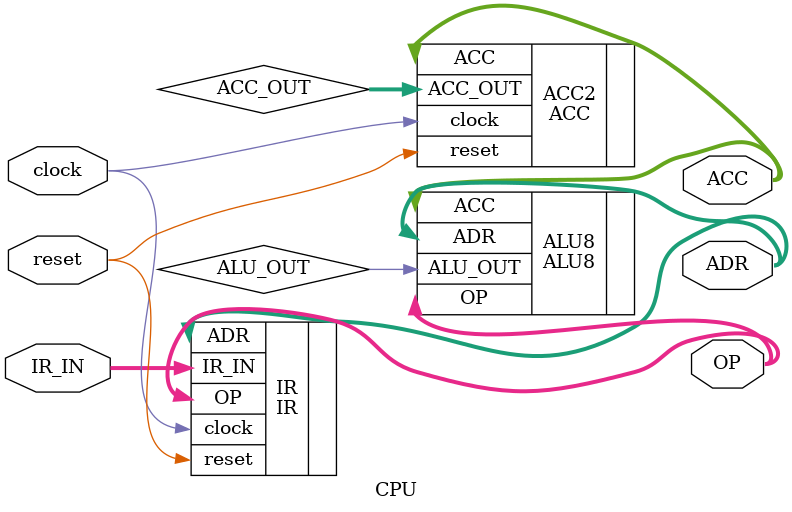
<source format=v>
`timescale 1ns / 1ps


module CPU( IR_IN, OP, ADR, ACC, clock, reset );
    input clock, reset;
    input[10:0] IR_IN;
    output reg [2:0] OP;
    output reg [7:0] ADR;
    output reg [7:0] ACC;
    wire[7:0] ACC_OUT;
    
    IR IR( .IR_IN(IR_IN), .OP(OP), .ADR(ADR), .clock(clock), .reset(reset) );
    ALU8 ALU8( .ACC(ACC), .OP(OP), .ADR(ADR), .ALU_OUT(ALU_OUT) );
    ACC ACC2( .ACC(ACC), .ACC_OUT(ACC_OUT), .clock(clock), .reset(reset) );
    
endmodule

</source>
